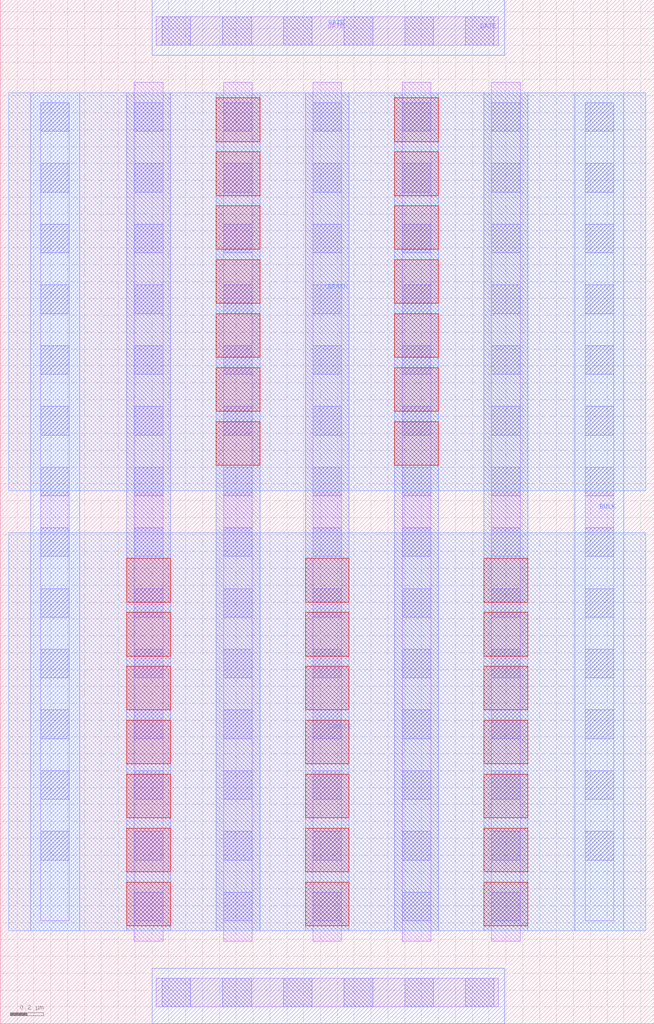
<source format=lef>
# Copyright 2020 The SkyWater PDK Authors
#
# Licensed under the Apache License, Version 2.0 (the "License");
# you may not use this file except in compliance with the License.
# You may obtain a copy of the License at
#
#     https://www.apache.org/licenses/LICENSE-2.0
#
# Unless required by applicable law or agreed to in writing, software
# distributed under the License is distributed on an "AS IS" BASIS,
# WITHOUT WARRANTIES OR CONDITIONS OF ANY KIND, either express or implied.
# See the License for the specific language governing permissions and
# limitations under the License.
#
# SPDX-License-Identifier: Apache-2.0

VERSION 5.7 ;
  NOWIREEXTENSIONATPIN ON ;
  DIVIDERCHAR "/" ;
  BUSBITCHARS "[]" ;
MACRO sky130_fd_pr__rf_pfet_01v8_aM04W5p00L0p25
  CLASS BLOCK ;
  FOREIGN sky130_fd_pr__rf_pfet_01v8_aM04W5p00L0p25 ;
  ORIGIN  0.000000  0.000000 ;
  SIZE  3.880000 BY  6.070000 ;
  PIN BULK
    ANTENNADIFFAREA  2.929000 ;
    PORT
      LAYER met1 ;
        RECT 0.180000 0.550000 0.470000 5.520000 ;
        RECT 3.410000 0.550000 3.700000 5.520000 ;
    END
  END BULK
  PIN DRAIN
    ANTENNADIFFAREA  2.828000 ;
    PORT
      LAYER met2 ;
        RECT 0.050000 3.160000 3.830000 5.520000 ;
    END
  END DRAIN
  PIN GATE
    ANTENNAGATEAREA  5.050000 ;
    PORT
      LAYER li1 ;
        RECT 0.925000 0.100000 2.955000 0.270000 ;
        RECT 0.925000 5.800000 2.955000 5.970000 ;
      LAYER mcon ;
        RECT 0.960000 0.100000 1.130000 0.270000 ;
        RECT 0.960000 5.800000 1.130000 5.970000 ;
        RECT 1.320000 0.100000 1.490000 0.270000 ;
        RECT 1.320000 5.800000 1.490000 5.970000 ;
        RECT 1.680000 0.100000 1.850000 0.270000 ;
        RECT 1.680000 5.800000 1.850000 5.970000 ;
        RECT 2.040000 0.100000 2.210000 0.270000 ;
        RECT 2.040000 5.800000 2.210000 5.970000 ;
        RECT 2.400000 0.100000 2.570000 0.270000 ;
        RECT 2.400000 5.800000 2.570000 5.970000 ;
        RECT 2.760000 0.100000 2.930000 0.270000 ;
        RECT 2.760000 5.800000 2.930000 5.970000 ;
    END
    PORT
      LAYER met1 ;
        RECT 0.900000 0.000000 2.990000 0.330000 ;
        RECT 0.900000 5.740000 2.990000 6.070000 ;
    END
  END GATE
  PIN SOURCE
    ANTENNADIFFAREA  4.242000 ;
    PORT
      LAYER met2 ;
        RECT 0.050000 0.550000 3.830000 2.910000 ;
    END
  END SOURCE
  OBS
    LAYER li1 ;
      RECT 0.240000 0.610000 0.410000 5.460000 ;
      RECT 0.795000 0.490000 0.965000 5.580000 ;
      RECT 1.325000 0.490000 1.495000 5.580000 ;
      RECT 1.855000 0.490000 2.025000 5.580000 ;
      RECT 2.385000 0.490000 2.555000 5.580000 ;
      RECT 2.915000 0.490000 3.085000 5.580000 ;
      RECT 3.470000 0.610000 3.640000 5.460000 ;
    LAYER mcon ;
      RECT 0.240000 0.970000 0.410000 1.140000 ;
      RECT 0.240000 1.330000 0.410000 1.500000 ;
      RECT 0.240000 1.690000 0.410000 1.860000 ;
      RECT 0.240000 2.050000 0.410000 2.220000 ;
      RECT 0.240000 2.410000 0.410000 2.580000 ;
      RECT 0.240000 2.770000 0.410000 2.940000 ;
      RECT 0.240000 3.130000 0.410000 3.300000 ;
      RECT 0.240000 3.490000 0.410000 3.660000 ;
      RECT 0.240000 3.850000 0.410000 4.020000 ;
      RECT 0.240000 4.210000 0.410000 4.380000 ;
      RECT 0.240000 4.570000 0.410000 4.740000 ;
      RECT 0.240000 4.930000 0.410000 5.100000 ;
      RECT 0.240000 5.290000 0.410000 5.460000 ;
      RECT 0.795000 0.610000 0.965000 0.780000 ;
      RECT 0.795000 0.970000 0.965000 1.140000 ;
      RECT 0.795000 1.330000 0.965000 1.500000 ;
      RECT 0.795000 1.690000 0.965000 1.860000 ;
      RECT 0.795000 2.050000 0.965000 2.220000 ;
      RECT 0.795000 2.410000 0.965000 2.580000 ;
      RECT 0.795000 2.770000 0.965000 2.940000 ;
      RECT 0.795000 3.130000 0.965000 3.300000 ;
      RECT 0.795000 3.490000 0.965000 3.660000 ;
      RECT 0.795000 3.850000 0.965000 4.020000 ;
      RECT 0.795000 4.210000 0.965000 4.380000 ;
      RECT 0.795000 4.570000 0.965000 4.740000 ;
      RECT 0.795000 4.930000 0.965000 5.100000 ;
      RECT 0.795000 5.290000 0.965000 5.460000 ;
      RECT 1.325000 0.610000 1.495000 0.780000 ;
      RECT 1.325000 0.970000 1.495000 1.140000 ;
      RECT 1.325000 1.330000 1.495000 1.500000 ;
      RECT 1.325000 1.690000 1.495000 1.860000 ;
      RECT 1.325000 2.050000 1.495000 2.220000 ;
      RECT 1.325000 2.410000 1.495000 2.580000 ;
      RECT 1.325000 2.770000 1.495000 2.940000 ;
      RECT 1.325000 3.130000 1.495000 3.300000 ;
      RECT 1.325000 3.490000 1.495000 3.660000 ;
      RECT 1.325000 3.850000 1.495000 4.020000 ;
      RECT 1.325000 4.210000 1.495000 4.380000 ;
      RECT 1.325000 4.570000 1.495000 4.740000 ;
      RECT 1.325000 4.930000 1.495000 5.100000 ;
      RECT 1.325000 5.290000 1.495000 5.460000 ;
      RECT 1.855000 0.610000 2.025000 0.780000 ;
      RECT 1.855000 0.970000 2.025000 1.140000 ;
      RECT 1.855000 1.330000 2.025000 1.500000 ;
      RECT 1.855000 1.690000 2.025000 1.860000 ;
      RECT 1.855000 2.050000 2.025000 2.220000 ;
      RECT 1.855000 2.410000 2.025000 2.580000 ;
      RECT 1.855000 2.770000 2.025000 2.940000 ;
      RECT 1.855000 3.130000 2.025000 3.300000 ;
      RECT 1.855000 3.490000 2.025000 3.660000 ;
      RECT 1.855000 3.850000 2.025000 4.020000 ;
      RECT 1.855000 4.210000 2.025000 4.380000 ;
      RECT 1.855000 4.570000 2.025000 4.740000 ;
      RECT 1.855000 4.930000 2.025000 5.100000 ;
      RECT 1.855000 5.290000 2.025000 5.460000 ;
      RECT 2.385000 0.610000 2.555000 0.780000 ;
      RECT 2.385000 0.970000 2.555000 1.140000 ;
      RECT 2.385000 1.330000 2.555000 1.500000 ;
      RECT 2.385000 1.690000 2.555000 1.860000 ;
      RECT 2.385000 2.050000 2.555000 2.220000 ;
      RECT 2.385000 2.410000 2.555000 2.580000 ;
      RECT 2.385000 2.770000 2.555000 2.940000 ;
      RECT 2.385000 3.130000 2.555000 3.300000 ;
      RECT 2.385000 3.490000 2.555000 3.660000 ;
      RECT 2.385000 3.850000 2.555000 4.020000 ;
      RECT 2.385000 4.210000 2.555000 4.380000 ;
      RECT 2.385000 4.570000 2.555000 4.740000 ;
      RECT 2.385000 4.930000 2.555000 5.100000 ;
      RECT 2.385000 5.290000 2.555000 5.460000 ;
      RECT 2.915000 0.610000 3.085000 0.780000 ;
      RECT 2.915000 0.970000 3.085000 1.140000 ;
      RECT 2.915000 1.330000 3.085000 1.500000 ;
      RECT 2.915000 1.690000 3.085000 1.860000 ;
      RECT 2.915000 2.050000 3.085000 2.220000 ;
      RECT 2.915000 2.410000 3.085000 2.580000 ;
      RECT 2.915000 2.770000 3.085000 2.940000 ;
      RECT 2.915000 3.130000 3.085000 3.300000 ;
      RECT 2.915000 3.490000 3.085000 3.660000 ;
      RECT 2.915000 3.850000 3.085000 4.020000 ;
      RECT 2.915000 4.210000 3.085000 4.380000 ;
      RECT 2.915000 4.570000 3.085000 4.740000 ;
      RECT 2.915000 4.930000 3.085000 5.100000 ;
      RECT 2.915000 5.290000 3.085000 5.460000 ;
      RECT 3.470000 0.970000 3.640000 1.140000 ;
      RECT 3.470000 1.330000 3.640000 1.500000 ;
      RECT 3.470000 1.690000 3.640000 1.860000 ;
      RECT 3.470000 2.050000 3.640000 2.220000 ;
      RECT 3.470000 2.410000 3.640000 2.580000 ;
      RECT 3.470000 2.770000 3.640000 2.940000 ;
      RECT 3.470000 3.130000 3.640000 3.300000 ;
      RECT 3.470000 3.490000 3.640000 3.660000 ;
      RECT 3.470000 3.850000 3.640000 4.020000 ;
      RECT 3.470000 4.210000 3.640000 4.380000 ;
      RECT 3.470000 4.570000 3.640000 4.740000 ;
      RECT 3.470000 4.930000 3.640000 5.100000 ;
      RECT 3.470000 5.290000 3.640000 5.460000 ;
    LAYER met1 ;
      RECT 0.750000 0.550000 1.010000 5.520000 ;
      RECT 1.280000 0.550000 1.540000 5.520000 ;
      RECT 1.810000 0.550000 2.070000 5.520000 ;
      RECT 2.340000 0.550000 2.600000 5.520000 ;
      RECT 2.870000 0.550000 3.130000 5.520000 ;
    LAYER via ;
      RECT 0.750000 0.580000 1.010000 0.840000 ;
      RECT 0.750000 0.900000 1.010000 1.160000 ;
      RECT 0.750000 1.220000 1.010000 1.480000 ;
      RECT 0.750000 1.540000 1.010000 1.800000 ;
      RECT 0.750000 1.860000 1.010000 2.120000 ;
      RECT 0.750000 2.180000 1.010000 2.440000 ;
      RECT 0.750000 2.500000 1.010000 2.760000 ;
      RECT 1.280000 3.310000 1.540000 3.570000 ;
      RECT 1.280000 3.630000 1.540000 3.890000 ;
      RECT 1.280000 3.950000 1.540000 4.210000 ;
      RECT 1.280000 4.270000 1.540000 4.530000 ;
      RECT 1.280000 4.590000 1.540000 4.850000 ;
      RECT 1.280000 4.910000 1.540000 5.170000 ;
      RECT 1.280000 5.230000 1.540000 5.490000 ;
      RECT 1.810000 0.580000 2.070000 0.840000 ;
      RECT 1.810000 0.900000 2.070000 1.160000 ;
      RECT 1.810000 1.220000 2.070000 1.480000 ;
      RECT 1.810000 1.540000 2.070000 1.800000 ;
      RECT 1.810000 1.860000 2.070000 2.120000 ;
      RECT 1.810000 2.180000 2.070000 2.440000 ;
      RECT 1.810000 2.500000 2.070000 2.760000 ;
      RECT 2.340000 3.310000 2.600000 3.570000 ;
      RECT 2.340000 3.630000 2.600000 3.890000 ;
      RECT 2.340000 3.950000 2.600000 4.210000 ;
      RECT 2.340000 4.270000 2.600000 4.530000 ;
      RECT 2.340000 4.590000 2.600000 4.850000 ;
      RECT 2.340000 4.910000 2.600000 5.170000 ;
      RECT 2.340000 5.230000 2.600000 5.490000 ;
      RECT 2.870000 0.580000 3.130000 0.840000 ;
      RECT 2.870000 0.900000 3.130000 1.160000 ;
      RECT 2.870000 1.220000 3.130000 1.480000 ;
      RECT 2.870000 1.540000 3.130000 1.800000 ;
      RECT 2.870000 1.860000 3.130000 2.120000 ;
      RECT 2.870000 2.180000 3.130000 2.440000 ;
      RECT 2.870000 2.500000 3.130000 2.760000 ;
  END
END sky130_fd_pr__rf_pfet_01v8_aM04W5p00L0p25
END LIBRARY

</source>
